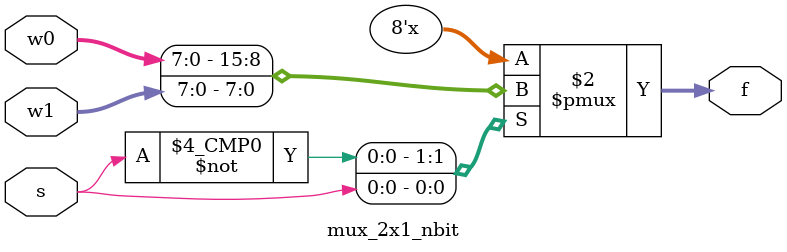
<source format=v>
`timescale 1ns / 1ps

module mux_2x1_nbit
    #(parameter N = 8) (
    input [N - 1: 0] w0, w1,
    input s,
    output reg [N - 1: 0] f
    );
   
    // case (Multiplexing Networks)
    always @(w0, w1,s)
    begin
        case(s)
            1'b0: f = w0;
            1'b1: f = w1;
            default: f = 'bx;
        endcase
    end
endmodule
</source>
